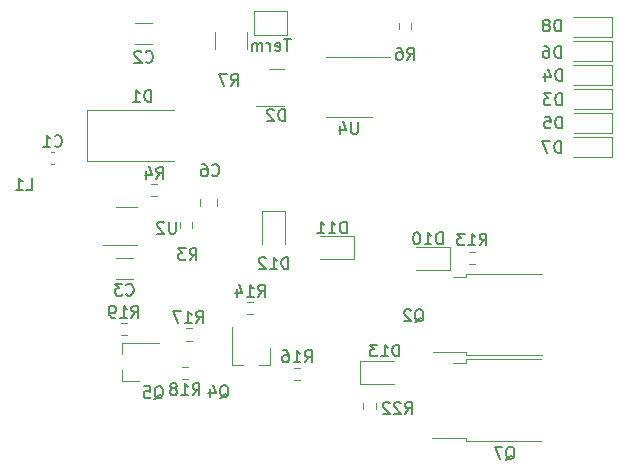
<source format=gbr>
%TF.GenerationSoftware,KiCad,Pcbnew,7.0.5*%
%TF.CreationDate,2023-08-16T19:13:53+03:00*%
%TF.ProjectId,lamps,6c616d70-732e-46b6-9963-61645f706362,rev?*%
%TF.SameCoordinates,Original*%
%TF.FileFunction,Legend,Bot*%
%TF.FilePolarity,Positive*%
%FSLAX46Y46*%
G04 Gerber Fmt 4.6, Leading zero omitted, Abs format (unit mm)*
G04 Created by KiCad (PCBNEW 7.0.5) date 2023-08-16 19:13:53*
%MOMM*%
%LPD*%
G01*
G04 APERTURE LIST*
%ADD10C,0.150000*%
%ADD11C,0.120000*%
G04 APERTURE END LIST*
D10*
%TO.C,D10*%
X115939285Y-78054819D02*
X115939285Y-77054819D01*
X115939285Y-77054819D02*
X115701190Y-77054819D01*
X115701190Y-77054819D02*
X115558333Y-77102438D01*
X115558333Y-77102438D02*
X115463095Y-77197676D01*
X115463095Y-77197676D02*
X115415476Y-77292914D01*
X115415476Y-77292914D02*
X115367857Y-77483390D01*
X115367857Y-77483390D02*
X115367857Y-77626247D01*
X115367857Y-77626247D02*
X115415476Y-77816723D01*
X115415476Y-77816723D02*
X115463095Y-77911961D01*
X115463095Y-77911961D02*
X115558333Y-78007200D01*
X115558333Y-78007200D02*
X115701190Y-78054819D01*
X115701190Y-78054819D02*
X115939285Y-78054819D01*
X114415476Y-78054819D02*
X114986904Y-78054819D01*
X114701190Y-78054819D02*
X114701190Y-77054819D01*
X114701190Y-77054819D02*
X114796428Y-77197676D01*
X114796428Y-77197676D02*
X114891666Y-77292914D01*
X114891666Y-77292914D02*
X114986904Y-77340533D01*
X113796428Y-77054819D02*
X113701190Y-77054819D01*
X113701190Y-77054819D02*
X113605952Y-77102438D01*
X113605952Y-77102438D02*
X113558333Y-77150057D01*
X113558333Y-77150057D02*
X113510714Y-77245295D01*
X113510714Y-77245295D02*
X113463095Y-77435771D01*
X113463095Y-77435771D02*
X113463095Y-77673866D01*
X113463095Y-77673866D02*
X113510714Y-77864342D01*
X113510714Y-77864342D02*
X113558333Y-77959580D01*
X113558333Y-77959580D02*
X113605952Y-78007200D01*
X113605952Y-78007200D02*
X113701190Y-78054819D01*
X113701190Y-78054819D02*
X113796428Y-78054819D01*
X113796428Y-78054819D02*
X113891666Y-78007200D01*
X113891666Y-78007200D02*
X113939285Y-77959580D01*
X113939285Y-77959580D02*
X113986904Y-77864342D01*
X113986904Y-77864342D02*
X114034523Y-77673866D01*
X114034523Y-77673866D02*
X114034523Y-77435771D01*
X114034523Y-77435771D02*
X113986904Y-77245295D01*
X113986904Y-77245295D02*
X113939285Y-77150057D01*
X113939285Y-77150057D02*
X113891666Y-77102438D01*
X113891666Y-77102438D02*
X113796428Y-77054819D01*
%TO.C,Q2*%
X113582438Y-84674857D02*
X113677676Y-84627238D01*
X113677676Y-84627238D02*
X113772914Y-84532000D01*
X113772914Y-84532000D02*
X113915771Y-84389142D01*
X113915771Y-84389142D02*
X114011009Y-84341523D01*
X114011009Y-84341523D02*
X114106247Y-84341523D01*
X114058628Y-84579619D02*
X114153866Y-84532000D01*
X114153866Y-84532000D02*
X114249104Y-84436761D01*
X114249104Y-84436761D02*
X114296723Y-84246285D01*
X114296723Y-84246285D02*
X114296723Y-83912952D01*
X114296723Y-83912952D02*
X114249104Y-83722476D01*
X114249104Y-83722476D02*
X114153866Y-83627238D01*
X114153866Y-83627238D02*
X114058628Y-83579619D01*
X114058628Y-83579619D02*
X113868152Y-83579619D01*
X113868152Y-83579619D02*
X113772914Y-83627238D01*
X113772914Y-83627238D02*
X113677676Y-83722476D01*
X113677676Y-83722476D02*
X113630057Y-83912952D01*
X113630057Y-83912952D02*
X113630057Y-84246285D01*
X113630057Y-84246285D02*
X113677676Y-84436761D01*
X113677676Y-84436761D02*
X113772914Y-84532000D01*
X113772914Y-84532000D02*
X113868152Y-84579619D01*
X113868152Y-84579619D02*
X114058628Y-84579619D01*
X113249104Y-83674857D02*
X113201485Y-83627238D01*
X113201485Y-83627238D02*
X113106247Y-83579619D01*
X113106247Y-83579619D02*
X112868152Y-83579619D01*
X112868152Y-83579619D02*
X112772914Y-83627238D01*
X112772914Y-83627238D02*
X112725295Y-83674857D01*
X112725295Y-83674857D02*
X112677676Y-83770095D01*
X112677676Y-83770095D02*
X112677676Y-83865333D01*
X112677676Y-83865333D02*
X112725295Y-84008190D01*
X112725295Y-84008190D02*
X113296723Y-84579619D01*
X113296723Y-84579619D02*
X112677676Y-84579619D01*
%TO.C,Q4*%
X97072438Y-91101057D02*
X97167676Y-91053438D01*
X97167676Y-91053438D02*
X97262914Y-90958200D01*
X97262914Y-90958200D02*
X97405771Y-90815342D01*
X97405771Y-90815342D02*
X97501009Y-90767723D01*
X97501009Y-90767723D02*
X97596247Y-90767723D01*
X97548628Y-91005819D02*
X97643866Y-90958200D01*
X97643866Y-90958200D02*
X97739104Y-90862961D01*
X97739104Y-90862961D02*
X97786723Y-90672485D01*
X97786723Y-90672485D02*
X97786723Y-90339152D01*
X97786723Y-90339152D02*
X97739104Y-90148676D01*
X97739104Y-90148676D02*
X97643866Y-90053438D01*
X97643866Y-90053438D02*
X97548628Y-90005819D01*
X97548628Y-90005819D02*
X97358152Y-90005819D01*
X97358152Y-90005819D02*
X97262914Y-90053438D01*
X97262914Y-90053438D02*
X97167676Y-90148676D01*
X97167676Y-90148676D02*
X97120057Y-90339152D01*
X97120057Y-90339152D02*
X97120057Y-90672485D01*
X97120057Y-90672485D02*
X97167676Y-90862961D01*
X97167676Y-90862961D02*
X97262914Y-90958200D01*
X97262914Y-90958200D02*
X97358152Y-91005819D01*
X97358152Y-91005819D02*
X97548628Y-91005819D01*
X96262914Y-90339152D02*
X96262914Y-91005819D01*
X96501009Y-89958200D02*
X96739104Y-90672485D01*
X96739104Y-90672485D02*
X96120057Y-90672485D01*
%TO.C,D11*%
X107809085Y-77138419D02*
X107809085Y-76138419D01*
X107809085Y-76138419D02*
X107570990Y-76138419D01*
X107570990Y-76138419D02*
X107428133Y-76186038D01*
X107428133Y-76186038D02*
X107332895Y-76281276D01*
X107332895Y-76281276D02*
X107285276Y-76376514D01*
X107285276Y-76376514D02*
X107237657Y-76566990D01*
X107237657Y-76566990D02*
X107237657Y-76709847D01*
X107237657Y-76709847D02*
X107285276Y-76900323D01*
X107285276Y-76900323D02*
X107332895Y-76995561D01*
X107332895Y-76995561D02*
X107428133Y-77090800D01*
X107428133Y-77090800D02*
X107570990Y-77138419D01*
X107570990Y-77138419D02*
X107809085Y-77138419D01*
X106285276Y-77138419D02*
X106856704Y-77138419D01*
X106570990Y-77138419D02*
X106570990Y-76138419D01*
X106570990Y-76138419D02*
X106666228Y-76281276D01*
X106666228Y-76281276D02*
X106761466Y-76376514D01*
X106761466Y-76376514D02*
X106856704Y-76424133D01*
X105332895Y-77138419D02*
X105904323Y-77138419D01*
X105618609Y-77138419D02*
X105618609Y-76138419D01*
X105618609Y-76138419D02*
X105713847Y-76281276D01*
X105713847Y-76281276D02*
X105809085Y-76376514D01*
X105809085Y-76376514D02*
X105904323Y-76424133D01*
%TO.C,R16*%
X104272957Y-88051819D02*
X104606290Y-87575628D01*
X104844385Y-88051819D02*
X104844385Y-87051819D01*
X104844385Y-87051819D02*
X104463433Y-87051819D01*
X104463433Y-87051819D02*
X104368195Y-87099438D01*
X104368195Y-87099438D02*
X104320576Y-87147057D01*
X104320576Y-87147057D02*
X104272957Y-87242295D01*
X104272957Y-87242295D02*
X104272957Y-87385152D01*
X104272957Y-87385152D02*
X104320576Y-87480390D01*
X104320576Y-87480390D02*
X104368195Y-87528009D01*
X104368195Y-87528009D02*
X104463433Y-87575628D01*
X104463433Y-87575628D02*
X104844385Y-87575628D01*
X103320576Y-88051819D02*
X103892004Y-88051819D01*
X103606290Y-88051819D02*
X103606290Y-87051819D01*
X103606290Y-87051819D02*
X103701528Y-87194676D01*
X103701528Y-87194676D02*
X103796766Y-87289914D01*
X103796766Y-87289914D02*
X103892004Y-87337533D01*
X102463433Y-87051819D02*
X102653909Y-87051819D01*
X102653909Y-87051819D02*
X102749147Y-87099438D01*
X102749147Y-87099438D02*
X102796766Y-87147057D01*
X102796766Y-87147057D02*
X102892004Y-87289914D01*
X102892004Y-87289914D02*
X102939623Y-87480390D01*
X102939623Y-87480390D02*
X102939623Y-87861342D01*
X102939623Y-87861342D02*
X102892004Y-87956580D01*
X102892004Y-87956580D02*
X102844385Y-88004200D01*
X102844385Y-88004200D02*
X102749147Y-88051819D01*
X102749147Y-88051819D02*
X102558671Y-88051819D01*
X102558671Y-88051819D02*
X102463433Y-88004200D01*
X102463433Y-88004200D02*
X102415814Y-87956580D01*
X102415814Y-87956580D02*
X102368195Y-87861342D01*
X102368195Y-87861342D02*
X102368195Y-87623247D01*
X102368195Y-87623247D02*
X102415814Y-87528009D01*
X102415814Y-87528009D02*
X102463433Y-87480390D01*
X102463433Y-87480390D02*
X102558671Y-87432771D01*
X102558671Y-87432771D02*
X102749147Y-87432771D01*
X102749147Y-87432771D02*
X102844385Y-87480390D01*
X102844385Y-87480390D02*
X102892004Y-87528009D01*
X102892004Y-87528009D02*
X102939623Y-87623247D01*
%TO.C,R13*%
X119083057Y-78153419D02*
X119416390Y-77677228D01*
X119654485Y-78153419D02*
X119654485Y-77153419D01*
X119654485Y-77153419D02*
X119273533Y-77153419D01*
X119273533Y-77153419D02*
X119178295Y-77201038D01*
X119178295Y-77201038D02*
X119130676Y-77248657D01*
X119130676Y-77248657D02*
X119083057Y-77343895D01*
X119083057Y-77343895D02*
X119083057Y-77486752D01*
X119083057Y-77486752D02*
X119130676Y-77581990D01*
X119130676Y-77581990D02*
X119178295Y-77629609D01*
X119178295Y-77629609D02*
X119273533Y-77677228D01*
X119273533Y-77677228D02*
X119654485Y-77677228D01*
X118130676Y-78153419D02*
X118702104Y-78153419D01*
X118416390Y-78153419D02*
X118416390Y-77153419D01*
X118416390Y-77153419D02*
X118511628Y-77296276D01*
X118511628Y-77296276D02*
X118606866Y-77391514D01*
X118606866Y-77391514D02*
X118702104Y-77439133D01*
X117797342Y-77153419D02*
X117178295Y-77153419D01*
X117178295Y-77153419D02*
X117511628Y-77534371D01*
X117511628Y-77534371D02*
X117368771Y-77534371D01*
X117368771Y-77534371D02*
X117273533Y-77581990D01*
X117273533Y-77581990D02*
X117225914Y-77629609D01*
X117225914Y-77629609D02*
X117178295Y-77724847D01*
X117178295Y-77724847D02*
X117178295Y-77962942D01*
X117178295Y-77962942D02*
X117225914Y-78058180D01*
X117225914Y-78058180D02*
X117273533Y-78105800D01*
X117273533Y-78105800D02*
X117368771Y-78153419D01*
X117368771Y-78153419D02*
X117654485Y-78153419D01*
X117654485Y-78153419D02*
X117749723Y-78105800D01*
X117749723Y-78105800D02*
X117797342Y-78058180D01*
%TO.C,D13*%
X112263085Y-87551419D02*
X112263085Y-86551419D01*
X112263085Y-86551419D02*
X112024990Y-86551419D01*
X112024990Y-86551419D02*
X111882133Y-86599038D01*
X111882133Y-86599038D02*
X111786895Y-86694276D01*
X111786895Y-86694276D02*
X111739276Y-86789514D01*
X111739276Y-86789514D02*
X111691657Y-86979990D01*
X111691657Y-86979990D02*
X111691657Y-87122847D01*
X111691657Y-87122847D02*
X111739276Y-87313323D01*
X111739276Y-87313323D02*
X111786895Y-87408561D01*
X111786895Y-87408561D02*
X111882133Y-87503800D01*
X111882133Y-87503800D02*
X112024990Y-87551419D01*
X112024990Y-87551419D02*
X112263085Y-87551419D01*
X110739276Y-87551419D02*
X111310704Y-87551419D01*
X111024990Y-87551419D02*
X111024990Y-86551419D01*
X111024990Y-86551419D02*
X111120228Y-86694276D01*
X111120228Y-86694276D02*
X111215466Y-86789514D01*
X111215466Y-86789514D02*
X111310704Y-86837133D01*
X110405942Y-86551419D02*
X109786895Y-86551419D01*
X109786895Y-86551419D02*
X110120228Y-86932371D01*
X110120228Y-86932371D02*
X109977371Y-86932371D01*
X109977371Y-86932371D02*
X109882133Y-86979990D01*
X109882133Y-86979990D02*
X109834514Y-87027609D01*
X109834514Y-87027609D02*
X109786895Y-87122847D01*
X109786895Y-87122847D02*
X109786895Y-87360942D01*
X109786895Y-87360942D02*
X109834514Y-87456180D01*
X109834514Y-87456180D02*
X109882133Y-87503800D01*
X109882133Y-87503800D02*
X109977371Y-87551419D01*
X109977371Y-87551419D02*
X110263085Y-87551419D01*
X110263085Y-87551419D02*
X110358323Y-87503800D01*
X110358323Y-87503800D02*
X110405942Y-87456180D01*
%TO.C,R22*%
X112783857Y-92428219D02*
X113117190Y-91952028D01*
X113355285Y-92428219D02*
X113355285Y-91428219D01*
X113355285Y-91428219D02*
X112974333Y-91428219D01*
X112974333Y-91428219D02*
X112879095Y-91475838D01*
X112879095Y-91475838D02*
X112831476Y-91523457D01*
X112831476Y-91523457D02*
X112783857Y-91618695D01*
X112783857Y-91618695D02*
X112783857Y-91761552D01*
X112783857Y-91761552D02*
X112831476Y-91856790D01*
X112831476Y-91856790D02*
X112879095Y-91904409D01*
X112879095Y-91904409D02*
X112974333Y-91952028D01*
X112974333Y-91952028D02*
X113355285Y-91952028D01*
X112402904Y-91523457D02*
X112355285Y-91475838D01*
X112355285Y-91475838D02*
X112260047Y-91428219D01*
X112260047Y-91428219D02*
X112021952Y-91428219D01*
X112021952Y-91428219D02*
X111926714Y-91475838D01*
X111926714Y-91475838D02*
X111879095Y-91523457D01*
X111879095Y-91523457D02*
X111831476Y-91618695D01*
X111831476Y-91618695D02*
X111831476Y-91713933D01*
X111831476Y-91713933D02*
X111879095Y-91856790D01*
X111879095Y-91856790D02*
X112450523Y-92428219D01*
X112450523Y-92428219D02*
X111831476Y-92428219D01*
X111450523Y-91523457D02*
X111402904Y-91475838D01*
X111402904Y-91475838D02*
X111307666Y-91428219D01*
X111307666Y-91428219D02*
X111069571Y-91428219D01*
X111069571Y-91428219D02*
X110974333Y-91475838D01*
X110974333Y-91475838D02*
X110926714Y-91523457D01*
X110926714Y-91523457D02*
X110879095Y-91618695D01*
X110879095Y-91618695D02*
X110879095Y-91713933D01*
X110879095Y-91713933D02*
X110926714Y-91856790D01*
X110926714Y-91856790D02*
X111498142Y-92428219D01*
X111498142Y-92428219D02*
X110879095Y-92428219D01*
%TO.C,R14*%
X100312457Y-82489219D02*
X100645790Y-82013028D01*
X100883885Y-82489219D02*
X100883885Y-81489219D01*
X100883885Y-81489219D02*
X100502933Y-81489219D01*
X100502933Y-81489219D02*
X100407695Y-81536838D01*
X100407695Y-81536838D02*
X100360076Y-81584457D01*
X100360076Y-81584457D02*
X100312457Y-81679695D01*
X100312457Y-81679695D02*
X100312457Y-81822552D01*
X100312457Y-81822552D02*
X100360076Y-81917790D01*
X100360076Y-81917790D02*
X100407695Y-81965409D01*
X100407695Y-81965409D02*
X100502933Y-82013028D01*
X100502933Y-82013028D02*
X100883885Y-82013028D01*
X99360076Y-82489219D02*
X99931504Y-82489219D01*
X99645790Y-82489219D02*
X99645790Y-81489219D01*
X99645790Y-81489219D02*
X99741028Y-81632076D01*
X99741028Y-81632076D02*
X99836266Y-81727314D01*
X99836266Y-81727314D02*
X99931504Y-81774933D01*
X98502933Y-81822552D02*
X98502933Y-82489219D01*
X98741028Y-81441600D02*
X98979123Y-82155885D01*
X98979123Y-82155885D02*
X98360076Y-82155885D01*
%TO.C,C2*%
X90806166Y-62589580D02*
X90853785Y-62637200D01*
X90853785Y-62637200D02*
X90996642Y-62684819D01*
X90996642Y-62684819D02*
X91091880Y-62684819D01*
X91091880Y-62684819D02*
X91234737Y-62637200D01*
X91234737Y-62637200D02*
X91329975Y-62541961D01*
X91329975Y-62541961D02*
X91377594Y-62446723D01*
X91377594Y-62446723D02*
X91425213Y-62256247D01*
X91425213Y-62256247D02*
X91425213Y-62113390D01*
X91425213Y-62113390D02*
X91377594Y-61922914D01*
X91377594Y-61922914D02*
X91329975Y-61827676D01*
X91329975Y-61827676D02*
X91234737Y-61732438D01*
X91234737Y-61732438D02*
X91091880Y-61684819D01*
X91091880Y-61684819D02*
X90996642Y-61684819D01*
X90996642Y-61684819D02*
X90853785Y-61732438D01*
X90853785Y-61732438D02*
X90806166Y-61780057D01*
X90425213Y-61780057D02*
X90377594Y-61732438D01*
X90377594Y-61732438D02*
X90282356Y-61684819D01*
X90282356Y-61684819D02*
X90044261Y-61684819D01*
X90044261Y-61684819D02*
X89949023Y-61732438D01*
X89949023Y-61732438D02*
X89901404Y-61780057D01*
X89901404Y-61780057D02*
X89853785Y-61875295D01*
X89853785Y-61875295D02*
X89853785Y-61970533D01*
X89853785Y-61970533D02*
X89901404Y-62113390D01*
X89901404Y-62113390D02*
X90472832Y-62684819D01*
X90472832Y-62684819D02*
X89853785Y-62684819D01*
%TO.C,D4*%
X126047094Y-64234219D02*
X126047094Y-63234219D01*
X126047094Y-63234219D02*
X125808999Y-63234219D01*
X125808999Y-63234219D02*
X125666142Y-63281838D01*
X125666142Y-63281838D02*
X125570904Y-63377076D01*
X125570904Y-63377076D02*
X125523285Y-63472314D01*
X125523285Y-63472314D02*
X125475666Y-63662790D01*
X125475666Y-63662790D02*
X125475666Y-63805647D01*
X125475666Y-63805647D02*
X125523285Y-63996123D01*
X125523285Y-63996123D02*
X125570904Y-64091361D01*
X125570904Y-64091361D02*
X125666142Y-64186600D01*
X125666142Y-64186600D02*
X125808999Y-64234219D01*
X125808999Y-64234219D02*
X126047094Y-64234219D01*
X124618523Y-63567552D02*
X124618523Y-64234219D01*
X124856618Y-63186600D02*
X125094713Y-63900885D01*
X125094713Y-63900885D02*
X124475666Y-63900885D01*
%TO.C,D12*%
X102865085Y-80160019D02*
X102865085Y-79160019D01*
X102865085Y-79160019D02*
X102626990Y-79160019D01*
X102626990Y-79160019D02*
X102484133Y-79207638D01*
X102484133Y-79207638D02*
X102388895Y-79302876D01*
X102388895Y-79302876D02*
X102341276Y-79398114D01*
X102341276Y-79398114D02*
X102293657Y-79588590D01*
X102293657Y-79588590D02*
X102293657Y-79731447D01*
X102293657Y-79731447D02*
X102341276Y-79921923D01*
X102341276Y-79921923D02*
X102388895Y-80017161D01*
X102388895Y-80017161D02*
X102484133Y-80112400D01*
X102484133Y-80112400D02*
X102626990Y-80160019D01*
X102626990Y-80160019D02*
X102865085Y-80160019D01*
X101341276Y-80160019D02*
X101912704Y-80160019D01*
X101626990Y-80160019D02*
X101626990Y-79160019D01*
X101626990Y-79160019D02*
X101722228Y-79302876D01*
X101722228Y-79302876D02*
X101817466Y-79398114D01*
X101817466Y-79398114D02*
X101912704Y-79445733D01*
X100960323Y-79255257D02*
X100912704Y-79207638D01*
X100912704Y-79207638D02*
X100817466Y-79160019D01*
X100817466Y-79160019D02*
X100579371Y-79160019D01*
X100579371Y-79160019D02*
X100484133Y-79207638D01*
X100484133Y-79207638D02*
X100436514Y-79255257D01*
X100436514Y-79255257D02*
X100388895Y-79350495D01*
X100388895Y-79350495D02*
X100388895Y-79445733D01*
X100388895Y-79445733D02*
X100436514Y-79588590D01*
X100436514Y-79588590D02*
X101007942Y-80160019D01*
X101007942Y-80160019D02*
X100388895Y-80160019D01*
%TO.C,D6*%
X125940094Y-62278419D02*
X125940094Y-61278419D01*
X125940094Y-61278419D02*
X125701999Y-61278419D01*
X125701999Y-61278419D02*
X125559142Y-61326038D01*
X125559142Y-61326038D02*
X125463904Y-61421276D01*
X125463904Y-61421276D02*
X125416285Y-61516514D01*
X125416285Y-61516514D02*
X125368666Y-61706990D01*
X125368666Y-61706990D02*
X125368666Y-61849847D01*
X125368666Y-61849847D02*
X125416285Y-62040323D01*
X125416285Y-62040323D02*
X125463904Y-62135561D01*
X125463904Y-62135561D02*
X125559142Y-62230800D01*
X125559142Y-62230800D02*
X125701999Y-62278419D01*
X125701999Y-62278419D02*
X125940094Y-62278419D01*
X124511523Y-61278419D02*
X124701999Y-61278419D01*
X124701999Y-61278419D02*
X124797237Y-61326038D01*
X124797237Y-61326038D02*
X124844856Y-61373657D01*
X124844856Y-61373657D02*
X124940094Y-61516514D01*
X124940094Y-61516514D02*
X124987713Y-61706990D01*
X124987713Y-61706990D02*
X124987713Y-62087942D01*
X124987713Y-62087942D02*
X124940094Y-62183180D01*
X124940094Y-62183180D02*
X124892475Y-62230800D01*
X124892475Y-62230800D02*
X124797237Y-62278419D01*
X124797237Y-62278419D02*
X124606761Y-62278419D01*
X124606761Y-62278419D02*
X124511523Y-62230800D01*
X124511523Y-62230800D02*
X124463904Y-62183180D01*
X124463904Y-62183180D02*
X124416285Y-62087942D01*
X124416285Y-62087942D02*
X124416285Y-61849847D01*
X124416285Y-61849847D02*
X124463904Y-61754609D01*
X124463904Y-61754609D02*
X124511523Y-61706990D01*
X124511523Y-61706990D02*
X124606761Y-61659371D01*
X124606761Y-61659371D02*
X124797237Y-61659371D01*
X124797237Y-61659371D02*
X124892475Y-61706990D01*
X124892475Y-61706990D02*
X124940094Y-61754609D01*
X124940094Y-61754609D02*
X124987713Y-61849847D01*
%TO.C,D2*%
X102594394Y-67624819D02*
X102594394Y-66624819D01*
X102594394Y-66624819D02*
X102356299Y-66624819D01*
X102356299Y-66624819D02*
X102213442Y-66672438D01*
X102213442Y-66672438D02*
X102118204Y-66767676D01*
X102118204Y-66767676D02*
X102070585Y-66862914D01*
X102070585Y-66862914D02*
X102022966Y-67053390D01*
X102022966Y-67053390D02*
X102022966Y-67196247D01*
X102022966Y-67196247D02*
X102070585Y-67386723D01*
X102070585Y-67386723D02*
X102118204Y-67481961D01*
X102118204Y-67481961D02*
X102213442Y-67577200D01*
X102213442Y-67577200D02*
X102356299Y-67624819D01*
X102356299Y-67624819D02*
X102594394Y-67624819D01*
X101642013Y-66720057D02*
X101594394Y-66672438D01*
X101594394Y-66672438D02*
X101499156Y-66624819D01*
X101499156Y-66624819D02*
X101261061Y-66624819D01*
X101261061Y-66624819D02*
X101165823Y-66672438D01*
X101165823Y-66672438D02*
X101118204Y-66720057D01*
X101118204Y-66720057D02*
X101070585Y-66815295D01*
X101070585Y-66815295D02*
X101070585Y-66910533D01*
X101070585Y-66910533D02*
X101118204Y-67053390D01*
X101118204Y-67053390D02*
X101689632Y-67624819D01*
X101689632Y-67624819D02*
X101070585Y-67624819D01*
%TO.C,Q7*%
X121290038Y-96313257D02*
X121385276Y-96265638D01*
X121385276Y-96265638D02*
X121480514Y-96170400D01*
X121480514Y-96170400D02*
X121623371Y-96027542D01*
X121623371Y-96027542D02*
X121718609Y-95979923D01*
X121718609Y-95979923D02*
X121813847Y-95979923D01*
X121766228Y-96218019D02*
X121861466Y-96170400D01*
X121861466Y-96170400D02*
X121956704Y-96075161D01*
X121956704Y-96075161D02*
X122004323Y-95884685D01*
X122004323Y-95884685D02*
X122004323Y-95551352D01*
X122004323Y-95551352D02*
X121956704Y-95360876D01*
X121956704Y-95360876D02*
X121861466Y-95265638D01*
X121861466Y-95265638D02*
X121766228Y-95218019D01*
X121766228Y-95218019D02*
X121575752Y-95218019D01*
X121575752Y-95218019D02*
X121480514Y-95265638D01*
X121480514Y-95265638D02*
X121385276Y-95360876D01*
X121385276Y-95360876D02*
X121337657Y-95551352D01*
X121337657Y-95551352D02*
X121337657Y-95884685D01*
X121337657Y-95884685D02*
X121385276Y-96075161D01*
X121385276Y-96075161D02*
X121480514Y-96170400D01*
X121480514Y-96170400D02*
X121575752Y-96218019D01*
X121575752Y-96218019D02*
X121766228Y-96218019D01*
X121004323Y-95218019D02*
X120337657Y-95218019D01*
X120337657Y-95218019D02*
X120766228Y-96218019D01*
%TO.C,C3*%
X89155166Y-82303580D02*
X89202785Y-82351200D01*
X89202785Y-82351200D02*
X89345642Y-82398819D01*
X89345642Y-82398819D02*
X89440880Y-82398819D01*
X89440880Y-82398819D02*
X89583737Y-82351200D01*
X89583737Y-82351200D02*
X89678975Y-82255961D01*
X89678975Y-82255961D02*
X89726594Y-82160723D01*
X89726594Y-82160723D02*
X89774213Y-81970247D01*
X89774213Y-81970247D02*
X89774213Y-81827390D01*
X89774213Y-81827390D02*
X89726594Y-81636914D01*
X89726594Y-81636914D02*
X89678975Y-81541676D01*
X89678975Y-81541676D02*
X89583737Y-81446438D01*
X89583737Y-81446438D02*
X89440880Y-81398819D01*
X89440880Y-81398819D02*
X89345642Y-81398819D01*
X89345642Y-81398819D02*
X89202785Y-81446438D01*
X89202785Y-81446438D02*
X89155166Y-81494057D01*
X88821832Y-81398819D02*
X88202785Y-81398819D01*
X88202785Y-81398819D02*
X88536118Y-81779771D01*
X88536118Y-81779771D02*
X88393261Y-81779771D01*
X88393261Y-81779771D02*
X88298023Y-81827390D01*
X88298023Y-81827390D02*
X88250404Y-81875009D01*
X88250404Y-81875009D02*
X88202785Y-81970247D01*
X88202785Y-81970247D02*
X88202785Y-82208342D01*
X88202785Y-82208342D02*
X88250404Y-82303580D01*
X88250404Y-82303580D02*
X88298023Y-82351200D01*
X88298023Y-82351200D02*
X88393261Y-82398819D01*
X88393261Y-82398819D02*
X88678975Y-82398819D01*
X88678975Y-82398819D02*
X88774213Y-82351200D01*
X88774213Y-82351200D02*
X88821832Y-82303580D01*
%TO.C,JP1*%
X103073475Y-60689219D02*
X102502047Y-60689219D01*
X102787761Y-61689219D02*
X102787761Y-60689219D01*
X101787761Y-61641600D02*
X101882999Y-61689219D01*
X101882999Y-61689219D02*
X102073475Y-61689219D01*
X102073475Y-61689219D02*
X102168713Y-61641600D01*
X102168713Y-61641600D02*
X102216332Y-61546361D01*
X102216332Y-61546361D02*
X102216332Y-61165409D01*
X102216332Y-61165409D02*
X102168713Y-61070171D01*
X102168713Y-61070171D02*
X102073475Y-61022552D01*
X102073475Y-61022552D02*
X101882999Y-61022552D01*
X101882999Y-61022552D02*
X101787761Y-61070171D01*
X101787761Y-61070171D02*
X101740142Y-61165409D01*
X101740142Y-61165409D02*
X101740142Y-61260647D01*
X101740142Y-61260647D02*
X102216332Y-61355885D01*
X101311570Y-61689219D02*
X101311570Y-61022552D01*
X101311570Y-61213028D02*
X101263951Y-61117790D01*
X101263951Y-61117790D02*
X101216332Y-61070171D01*
X101216332Y-61070171D02*
X101121094Y-61022552D01*
X101121094Y-61022552D02*
X101025856Y-61022552D01*
X100692522Y-61689219D02*
X100692522Y-61022552D01*
X100692522Y-61117790D02*
X100644903Y-61070171D01*
X100644903Y-61070171D02*
X100549665Y-61022552D01*
X100549665Y-61022552D02*
X100406808Y-61022552D01*
X100406808Y-61022552D02*
X100311570Y-61070171D01*
X100311570Y-61070171D02*
X100263951Y-61165409D01*
X100263951Y-61165409D02*
X100263951Y-61689219D01*
X100263951Y-61165409D02*
X100216332Y-61070171D01*
X100216332Y-61070171D02*
X100121094Y-61022552D01*
X100121094Y-61022552D02*
X99978237Y-61022552D01*
X99978237Y-61022552D02*
X99882998Y-61070171D01*
X99882998Y-61070171D02*
X99835379Y-61165409D01*
X99835379Y-61165409D02*
X99835379Y-61689219D01*
%TO.C,C1*%
X83096566Y-69719380D02*
X83144185Y-69767000D01*
X83144185Y-69767000D02*
X83287042Y-69814619D01*
X83287042Y-69814619D02*
X83382280Y-69814619D01*
X83382280Y-69814619D02*
X83525137Y-69767000D01*
X83525137Y-69767000D02*
X83620375Y-69671761D01*
X83620375Y-69671761D02*
X83667994Y-69576523D01*
X83667994Y-69576523D02*
X83715613Y-69386047D01*
X83715613Y-69386047D02*
X83715613Y-69243190D01*
X83715613Y-69243190D02*
X83667994Y-69052714D01*
X83667994Y-69052714D02*
X83620375Y-68957476D01*
X83620375Y-68957476D02*
X83525137Y-68862238D01*
X83525137Y-68862238D02*
X83382280Y-68814619D01*
X83382280Y-68814619D02*
X83287042Y-68814619D01*
X83287042Y-68814619D02*
X83144185Y-68862238D01*
X83144185Y-68862238D02*
X83096566Y-68909857D01*
X82144185Y-69814619D02*
X82715613Y-69814619D01*
X82429899Y-69814619D02*
X82429899Y-68814619D01*
X82429899Y-68814619D02*
X82525137Y-68957476D01*
X82525137Y-68957476D02*
X82620375Y-69052714D01*
X82620375Y-69052714D02*
X82715613Y-69100333D01*
%TO.C,D8*%
X125960094Y-60043219D02*
X125960094Y-59043219D01*
X125960094Y-59043219D02*
X125721999Y-59043219D01*
X125721999Y-59043219D02*
X125579142Y-59090838D01*
X125579142Y-59090838D02*
X125483904Y-59186076D01*
X125483904Y-59186076D02*
X125436285Y-59281314D01*
X125436285Y-59281314D02*
X125388666Y-59471790D01*
X125388666Y-59471790D02*
X125388666Y-59614647D01*
X125388666Y-59614647D02*
X125436285Y-59805123D01*
X125436285Y-59805123D02*
X125483904Y-59900361D01*
X125483904Y-59900361D02*
X125579142Y-59995600D01*
X125579142Y-59995600D02*
X125721999Y-60043219D01*
X125721999Y-60043219D02*
X125960094Y-60043219D01*
X124817237Y-59471790D02*
X124912475Y-59424171D01*
X124912475Y-59424171D02*
X124960094Y-59376552D01*
X124960094Y-59376552D02*
X125007713Y-59281314D01*
X125007713Y-59281314D02*
X125007713Y-59233695D01*
X125007713Y-59233695D02*
X124960094Y-59138457D01*
X124960094Y-59138457D02*
X124912475Y-59090838D01*
X124912475Y-59090838D02*
X124817237Y-59043219D01*
X124817237Y-59043219D02*
X124626761Y-59043219D01*
X124626761Y-59043219D02*
X124531523Y-59090838D01*
X124531523Y-59090838D02*
X124483904Y-59138457D01*
X124483904Y-59138457D02*
X124436285Y-59233695D01*
X124436285Y-59233695D02*
X124436285Y-59281314D01*
X124436285Y-59281314D02*
X124483904Y-59376552D01*
X124483904Y-59376552D02*
X124531523Y-59424171D01*
X124531523Y-59424171D02*
X124626761Y-59471790D01*
X124626761Y-59471790D02*
X124817237Y-59471790D01*
X124817237Y-59471790D02*
X124912475Y-59519409D01*
X124912475Y-59519409D02*
X124960094Y-59567028D01*
X124960094Y-59567028D02*
X125007713Y-59662266D01*
X125007713Y-59662266D02*
X125007713Y-59852742D01*
X125007713Y-59852742D02*
X124960094Y-59947980D01*
X124960094Y-59947980D02*
X124912475Y-59995600D01*
X124912475Y-59995600D02*
X124817237Y-60043219D01*
X124817237Y-60043219D02*
X124626761Y-60043219D01*
X124626761Y-60043219D02*
X124531523Y-59995600D01*
X124531523Y-59995600D02*
X124483904Y-59947980D01*
X124483904Y-59947980D02*
X124436285Y-59852742D01*
X124436285Y-59852742D02*
X124436285Y-59662266D01*
X124436285Y-59662266D02*
X124483904Y-59567028D01*
X124483904Y-59567028D02*
X124531523Y-59519409D01*
X124531523Y-59519409D02*
X124626761Y-59471790D01*
%TO.C,R3*%
X94527666Y-79405819D02*
X94860999Y-78929628D01*
X95099094Y-79405819D02*
X95099094Y-78405819D01*
X95099094Y-78405819D02*
X94718142Y-78405819D01*
X94718142Y-78405819D02*
X94622904Y-78453438D01*
X94622904Y-78453438D02*
X94575285Y-78501057D01*
X94575285Y-78501057D02*
X94527666Y-78596295D01*
X94527666Y-78596295D02*
X94527666Y-78739152D01*
X94527666Y-78739152D02*
X94575285Y-78834390D01*
X94575285Y-78834390D02*
X94622904Y-78882009D01*
X94622904Y-78882009D02*
X94718142Y-78929628D01*
X94718142Y-78929628D02*
X95099094Y-78929628D01*
X94194332Y-78405819D02*
X93575285Y-78405819D01*
X93575285Y-78405819D02*
X93908618Y-78786771D01*
X93908618Y-78786771D02*
X93765761Y-78786771D01*
X93765761Y-78786771D02*
X93670523Y-78834390D01*
X93670523Y-78834390D02*
X93622904Y-78882009D01*
X93622904Y-78882009D02*
X93575285Y-78977247D01*
X93575285Y-78977247D02*
X93575285Y-79215342D01*
X93575285Y-79215342D02*
X93622904Y-79310580D01*
X93622904Y-79310580D02*
X93670523Y-79358200D01*
X93670523Y-79358200D02*
X93765761Y-79405819D01*
X93765761Y-79405819D02*
X94051475Y-79405819D01*
X94051475Y-79405819D02*
X94146713Y-79358200D01*
X94146713Y-79358200D02*
X94194332Y-79310580D01*
%TO.C,C6*%
X96432666Y-72198580D02*
X96480285Y-72246200D01*
X96480285Y-72246200D02*
X96623142Y-72293819D01*
X96623142Y-72293819D02*
X96718380Y-72293819D01*
X96718380Y-72293819D02*
X96861237Y-72246200D01*
X96861237Y-72246200D02*
X96956475Y-72150961D01*
X96956475Y-72150961D02*
X97004094Y-72055723D01*
X97004094Y-72055723D02*
X97051713Y-71865247D01*
X97051713Y-71865247D02*
X97051713Y-71722390D01*
X97051713Y-71722390D02*
X97004094Y-71531914D01*
X97004094Y-71531914D02*
X96956475Y-71436676D01*
X96956475Y-71436676D02*
X96861237Y-71341438D01*
X96861237Y-71341438D02*
X96718380Y-71293819D01*
X96718380Y-71293819D02*
X96623142Y-71293819D01*
X96623142Y-71293819D02*
X96480285Y-71341438D01*
X96480285Y-71341438D02*
X96432666Y-71389057D01*
X95575523Y-71293819D02*
X95765999Y-71293819D01*
X95765999Y-71293819D02*
X95861237Y-71341438D01*
X95861237Y-71341438D02*
X95908856Y-71389057D01*
X95908856Y-71389057D02*
X96004094Y-71531914D01*
X96004094Y-71531914D02*
X96051713Y-71722390D01*
X96051713Y-71722390D02*
X96051713Y-72103342D01*
X96051713Y-72103342D02*
X96004094Y-72198580D01*
X96004094Y-72198580D02*
X95956475Y-72246200D01*
X95956475Y-72246200D02*
X95861237Y-72293819D01*
X95861237Y-72293819D02*
X95670761Y-72293819D01*
X95670761Y-72293819D02*
X95575523Y-72246200D01*
X95575523Y-72246200D02*
X95527904Y-72198580D01*
X95527904Y-72198580D02*
X95480285Y-72103342D01*
X95480285Y-72103342D02*
X95480285Y-71865247D01*
X95480285Y-71865247D02*
X95527904Y-71770009D01*
X95527904Y-71770009D02*
X95575523Y-71722390D01*
X95575523Y-71722390D02*
X95670761Y-71674771D01*
X95670761Y-71674771D02*
X95861237Y-71674771D01*
X95861237Y-71674771D02*
X95956475Y-71722390D01*
X95956475Y-71722390D02*
X96004094Y-71770009D01*
X96004094Y-71770009D02*
X96051713Y-71865247D01*
%TO.C,U4*%
X108761904Y-67704819D02*
X108761904Y-68514342D01*
X108761904Y-68514342D02*
X108714285Y-68609580D01*
X108714285Y-68609580D02*
X108666666Y-68657200D01*
X108666666Y-68657200D02*
X108571428Y-68704819D01*
X108571428Y-68704819D02*
X108380952Y-68704819D01*
X108380952Y-68704819D02*
X108285714Y-68657200D01*
X108285714Y-68657200D02*
X108238095Y-68609580D01*
X108238095Y-68609580D02*
X108190476Y-68514342D01*
X108190476Y-68514342D02*
X108190476Y-67704819D01*
X107285714Y-68038152D02*
X107285714Y-68704819D01*
X107523809Y-67657200D02*
X107761904Y-68371485D01*
X107761904Y-68371485D02*
X107142857Y-68371485D01*
%TO.C,R7*%
X98007466Y-64640619D02*
X98340799Y-64164428D01*
X98578894Y-64640619D02*
X98578894Y-63640619D01*
X98578894Y-63640619D02*
X98197942Y-63640619D01*
X98197942Y-63640619D02*
X98102704Y-63688238D01*
X98102704Y-63688238D02*
X98055085Y-63735857D01*
X98055085Y-63735857D02*
X98007466Y-63831095D01*
X98007466Y-63831095D02*
X98007466Y-63973952D01*
X98007466Y-63973952D02*
X98055085Y-64069190D01*
X98055085Y-64069190D02*
X98102704Y-64116809D01*
X98102704Y-64116809D02*
X98197942Y-64164428D01*
X98197942Y-64164428D02*
X98578894Y-64164428D01*
X97674132Y-63640619D02*
X97007466Y-63640619D01*
X97007466Y-63640619D02*
X97436037Y-64640619D01*
%TO.C,R6*%
X112942666Y-62430819D02*
X113275999Y-61954628D01*
X113514094Y-62430819D02*
X113514094Y-61430819D01*
X113514094Y-61430819D02*
X113133142Y-61430819D01*
X113133142Y-61430819D02*
X113037904Y-61478438D01*
X113037904Y-61478438D02*
X112990285Y-61526057D01*
X112990285Y-61526057D02*
X112942666Y-61621295D01*
X112942666Y-61621295D02*
X112942666Y-61764152D01*
X112942666Y-61764152D02*
X112990285Y-61859390D01*
X112990285Y-61859390D02*
X113037904Y-61907009D01*
X113037904Y-61907009D02*
X113133142Y-61954628D01*
X113133142Y-61954628D02*
X113514094Y-61954628D01*
X112085523Y-61430819D02*
X112275999Y-61430819D01*
X112275999Y-61430819D02*
X112371237Y-61478438D01*
X112371237Y-61478438D02*
X112418856Y-61526057D01*
X112418856Y-61526057D02*
X112514094Y-61668914D01*
X112514094Y-61668914D02*
X112561713Y-61859390D01*
X112561713Y-61859390D02*
X112561713Y-62240342D01*
X112561713Y-62240342D02*
X112514094Y-62335580D01*
X112514094Y-62335580D02*
X112466475Y-62383200D01*
X112466475Y-62383200D02*
X112371237Y-62430819D01*
X112371237Y-62430819D02*
X112180761Y-62430819D01*
X112180761Y-62430819D02*
X112085523Y-62383200D01*
X112085523Y-62383200D02*
X112037904Y-62335580D01*
X112037904Y-62335580D02*
X111990285Y-62240342D01*
X111990285Y-62240342D02*
X111990285Y-62002247D01*
X111990285Y-62002247D02*
X112037904Y-61907009D01*
X112037904Y-61907009D02*
X112085523Y-61859390D01*
X112085523Y-61859390D02*
X112180761Y-61811771D01*
X112180761Y-61811771D02*
X112371237Y-61811771D01*
X112371237Y-61811771D02*
X112466475Y-61859390D01*
X112466475Y-61859390D02*
X112514094Y-61907009D01*
X112514094Y-61907009D02*
X112561713Y-62002247D01*
%TO.C,D7*%
X125960094Y-70330219D02*
X125960094Y-69330219D01*
X125960094Y-69330219D02*
X125721999Y-69330219D01*
X125721999Y-69330219D02*
X125579142Y-69377838D01*
X125579142Y-69377838D02*
X125483904Y-69473076D01*
X125483904Y-69473076D02*
X125436285Y-69568314D01*
X125436285Y-69568314D02*
X125388666Y-69758790D01*
X125388666Y-69758790D02*
X125388666Y-69901647D01*
X125388666Y-69901647D02*
X125436285Y-70092123D01*
X125436285Y-70092123D02*
X125483904Y-70187361D01*
X125483904Y-70187361D02*
X125579142Y-70282600D01*
X125579142Y-70282600D02*
X125721999Y-70330219D01*
X125721999Y-70330219D02*
X125960094Y-70330219D01*
X125055332Y-69330219D02*
X124388666Y-69330219D01*
X124388666Y-69330219D02*
X124817237Y-70330219D01*
%TO.C,D3*%
X126025494Y-66291619D02*
X126025494Y-65291619D01*
X126025494Y-65291619D02*
X125787399Y-65291619D01*
X125787399Y-65291619D02*
X125644542Y-65339238D01*
X125644542Y-65339238D02*
X125549304Y-65434476D01*
X125549304Y-65434476D02*
X125501685Y-65529714D01*
X125501685Y-65529714D02*
X125454066Y-65720190D01*
X125454066Y-65720190D02*
X125454066Y-65863047D01*
X125454066Y-65863047D02*
X125501685Y-66053523D01*
X125501685Y-66053523D02*
X125549304Y-66148761D01*
X125549304Y-66148761D02*
X125644542Y-66244000D01*
X125644542Y-66244000D02*
X125787399Y-66291619D01*
X125787399Y-66291619D02*
X126025494Y-66291619D01*
X125120732Y-65291619D02*
X124501685Y-65291619D01*
X124501685Y-65291619D02*
X124835018Y-65672571D01*
X124835018Y-65672571D02*
X124692161Y-65672571D01*
X124692161Y-65672571D02*
X124596923Y-65720190D01*
X124596923Y-65720190D02*
X124549304Y-65767809D01*
X124549304Y-65767809D02*
X124501685Y-65863047D01*
X124501685Y-65863047D02*
X124501685Y-66101142D01*
X124501685Y-66101142D02*
X124549304Y-66196380D01*
X124549304Y-66196380D02*
X124596923Y-66244000D01*
X124596923Y-66244000D02*
X124692161Y-66291619D01*
X124692161Y-66291619D02*
X124977875Y-66291619D01*
X124977875Y-66291619D02*
X125073113Y-66244000D01*
X125073113Y-66244000D02*
X125120732Y-66196380D01*
%TO.C,R4*%
X91710166Y-72514819D02*
X92043499Y-72038628D01*
X92281594Y-72514819D02*
X92281594Y-71514819D01*
X92281594Y-71514819D02*
X91900642Y-71514819D01*
X91900642Y-71514819D02*
X91805404Y-71562438D01*
X91805404Y-71562438D02*
X91757785Y-71610057D01*
X91757785Y-71610057D02*
X91710166Y-71705295D01*
X91710166Y-71705295D02*
X91710166Y-71848152D01*
X91710166Y-71848152D02*
X91757785Y-71943390D01*
X91757785Y-71943390D02*
X91805404Y-71991009D01*
X91805404Y-71991009D02*
X91900642Y-72038628D01*
X91900642Y-72038628D02*
X92281594Y-72038628D01*
X90853023Y-71848152D02*
X90853023Y-72514819D01*
X91091118Y-71467200D02*
X91329213Y-72181485D01*
X91329213Y-72181485D02*
X90710166Y-72181485D01*
%TO.C,U2*%
X93344904Y-76162819D02*
X93344904Y-76972342D01*
X93344904Y-76972342D02*
X93297285Y-77067580D01*
X93297285Y-77067580D02*
X93249666Y-77115200D01*
X93249666Y-77115200D02*
X93154428Y-77162819D01*
X93154428Y-77162819D02*
X92963952Y-77162819D01*
X92963952Y-77162819D02*
X92868714Y-77115200D01*
X92868714Y-77115200D02*
X92821095Y-77067580D01*
X92821095Y-77067580D02*
X92773476Y-76972342D01*
X92773476Y-76972342D02*
X92773476Y-76162819D01*
X92344904Y-76258057D02*
X92297285Y-76210438D01*
X92297285Y-76210438D02*
X92202047Y-76162819D01*
X92202047Y-76162819D02*
X91963952Y-76162819D01*
X91963952Y-76162819D02*
X91868714Y-76210438D01*
X91868714Y-76210438D02*
X91821095Y-76258057D01*
X91821095Y-76258057D02*
X91773476Y-76353295D01*
X91773476Y-76353295D02*
X91773476Y-76448533D01*
X91773476Y-76448533D02*
X91821095Y-76591390D01*
X91821095Y-76591390D02*
X92392523Y-77162819D01*
X92392523Y-77162819D02*
X91773476Y-77162819D01*
%TO.C,R17*%
X95078157Y-84724419D02*
X95411490Y-84248228D01*
X95649585Y-84724419D02*
X95649585Y-83724419D01*
X95649585Y-83724419D02*
X95268633Y-83724419D01*
X95268633Y-83724419D02*
X95173395Y-83772038D01*
X95173395Y-83772038D02*
X95125776Y-83819657D01*
X95125776Y-83819657D02*
X95078157Y-83914895D01*
X95078157Y-83914895D02*
X95078157Y-84057752D01*
X95078157Y-84057752D02*
X95125776Y-84152990D01*
X95125776Y-84152990D02*
X95173395Y-84200609D01*
X95173395Y-84200609D02*
X95268633Y-84248228D01*
X95268633Y-84248228D02*
X95649585Y-84248228D01*
X94125776Y-84724419D02*
X94697204Y-84724419D01*
X94411490Y-84724419D02*
X94411490Y-83724419D01*
X94411490Y-83724419D02*
X94506728Y-83867276D01*
X94506728Y-83867276D02*
X94601966Y-83962514D01*
X94601966Y-83962514D02*
X94697204Y-84010133D01*
X93792442Y-83724419D02*
X93125776Y-83724419D01*
X93125776Y-83724419D02*
X93554347Y-84724419D01*
%TO.C,D5*%
X126050894Y-68247419D02*
X126050894Y-67247419D01*
X126050894Y-67247419D02*
X125812799Y-67247419D01*
X125812799Y-67247419D02*
X125669942Y-67295038D01*
X125669942Y-67295038D02*
X125574704Y-67390276D01*
X125574704Y-67390276D02*
X125527085Y-67485514D01*
X125527085Y-67485514D02*
X125479466Y-67675990D01*
X125479466Y-67675990D02*
X125479466Y-67818847D01*
X125479466Y-67818847D02*
X125527085Y-68009323D01*
X125527085Y-68009323D02*
X125574704Y-68104561D01*
X125574704Y-68104561D02*
X125669942Y-68199800D01*
X125669942Y-68199800D02*
X125812799Y-68247419D01*
X125812799Y-68247419D02*
X126050894Y-68247419D01*
X124574704Y-67247419D02*
X125050894Y-67247419D01*
X125050894Y-67247419D02*
X125098513Y-67723609D01*
X125098513Y-67723609D02*
X125050894Y-67675990D01*
X125050894Y-67675990D02*
X124955656Y-67628371D01*
X124955656Y-67628371D02*
X124717561Y-67628371D01*
X124717561Y-67628371D02*
X124622323Y-67675990D01*
X124622323Y-67675990D02*
X124574704Y-67723609D01*
X124574704Y-67723609D02*
X124527085Y-67818847D01*
X124527085Y-67818847D02*
X124527085Y-68056942D01*
X124527085Y-68056942D02*
X124574704Y-68152180D01*
X124574704Y-68152180D02*
X124622323Y-68199800D01*
X124622323Y-68199800D02*
X124717561Y-68247419D01*
X124717561Y-68247419D02*
X124955656Y-68247419D01*
X124955656Y-68247419D02*
X125050894Y-68199800D01*
X125050894Y-68199800D02*
X125098513Y-68152180D01*
%TO.C,D1*%
X91256094Y-65986819D02*
X91256094Y-64986819D01*
X91256094Y-64986819D02*
X91017999Y-64986819D01*
X91017999Y-64986819D02*
X90875142Y-65034438D01*
X90875142Y-65034438D02*
X90779904Y-65129676D01*
X90779904Y-65129676D02*
X90732285Y-65224914D01*
X90732285Y-65224914D02*
X90684666Y-65415390D01*
X90684666Y-65415390D02*
X90684666Y-65558247D01*
X90684666Y-65558247D02*
X90732285Y-65748723D01*
X90732285Y-65748723D02*
X90779904Y-65843961D01*
X90779904Y-65843961D02*
X90875142Y-65939200D01*
X90875142Y-65939200D02*
X91017999Y-65986819D01*
X91017999Y-65986819D02*
X91256094Y-65986819D01*
X89732285Y-65986819D02*
X90303713Y-65986819D01*
X90017999Y-65986819D02*
X90017999Y-64986819D01*
X90017999Y-64986819D02*
X90113237Y-65129676D01*
X90113237Y-65129676D02*
X90208475Y-65224914D01*
X90208475Y-65224914D02*
X90303713Y-65272533D01*
%TO.C,L1*%
X80666666Y-73454819D02*
X81142856Y-73454819D01*
X81142856Y-73454819D02*
X81142856Y-72454819D01*
X79809523Y-73454819D02*
X80380951Y-73454819D01*
X80095237Y-73454819D02*
X80095237Y-72454819D01*
X80095237Y-72454819D02*
X80190475Y-72597676D01*
X80190475Y-72597676D02*
X80285713Y-72692914D01*
X80285713Y-72692914D02*
X80380951Y-72740533D01*
%TO.C,Q5*%
X91535238Y-91177257D02*
X91630476Y-91129638D01*
X91630476Y-91129638D02*
X91725714Y-91034400D01*
X91725714Y-91034400D02*
X91868571Y-90891542D01*
X91868571Y-90891542D02*
X91963809Y-90843923D01*
X91963809Y-90843923D02*
X92059047Y-90843923D01*
X92011428Y-91082019D02*
X92106666Y-91034400D01*
X92106666Y-91034400D02*
X92201904Y-90939161D01*
X92201904Y-90939161D02*
X92249523Y-90748685D01*
X92249523Y-90748685D02*
X92249523Y-90415352D01*
X92249523Y-90415352D02*
X92201904Y-90224876D01*
X92201904Y-90224876D02*
X92106666Y-90129638D01*
X92106666Y-90129638D02*
X92011428Y-90082019D01*
X92011428Y-90082019D02*
X91820952Y-90082019D01*
X91820952Y-90082019D02*
X91725714Y-90129638D01*
X91725714Y-90129638D02*
X91630476Y-90224876D01*
X91630476Y-90224876D02*
X91582857Y-90415352D01*
X91582857Y-90415352D02*
X91582857Y-90748685D01*
X91582857Y-90748685D02*
X91630476Y-90939161D01*
X91630476Y-90939161D02*
X91725714Y-91034400D01*
X91725714Y-91034400D02*
X91820952Y-91082019D01*
X91820952Y-91082019D02*
X92011428Y-91082019D01*
X90678095Y-90082019D02*
X91154285Y-90082019D01*
X91154285Y-90082019D02*
X91201904Y-90558209D01*
X91201904Y-90558209D02*
X91154285Y-90510590D01*
X91154285Y-90510590D02*
X91059047Y-90462971D01*
X91059047Y-90462971D02*
X90820952Y-90462971D01*
X90820952Y-90462971D02*
X90725714Y-90510590D01*
X90725714Y-90510590D02*
X90678095Y-90558209D01*
X90678095Y-90558209D02*
X90630476Y-90653447D01*
X90630476Y-90653447D02*
X90630476Y-90891542D01*
X90630476Y-90891542D02*
X90678095Y-90986780D01*
X90678095Y-90986780D02*
X90725714Y-91034400D01*
X90725714Y-91034400D02*
X90820952Y-91082019D01*
X90820952Y-91082019D02*
X91059047Y-91082019D01*
X91059047Y-91082019D02*
X91154285Y-91034400D01*
X91154285Y-91034400D02*
X91201904Y-90986780D01*
%TO.C,R18*%
X94777157Y-90835619D02*
X95110490Y-90359428D01*
X95348585Y-90835619D02*
X95348585Y-89835619D01*
X95348585Y-89835619D02*
X94967633Y-89835619D01*
X94967633Y-89835619D02*
X94872395Y-89883238D01*
X94872395Y-89883238D02*
X94824776Y-89930857D01*
X94824776Y-89930857D02*
X94777157Y-90026095D01*
X94777157Y-90026095D02*
X94777157Y-90168952D01*
X94777157Y-90168952D02*
X94824776Y-90264190D01*
X94824776Y-90264190D02*
X94872395Y-90311809D01*
X94872395Y-90311809D02*
X94967633Y-90359428D01*
X94967633Y-90359428D02*
X95348585Y-90359428D01*
X93824776Y-90835619D02*
X94396204Y-90835619D01*
X94110490Y-90835619D02*
X94110490Y-89835619D01*
X94110490Y-89835619D02*
X94205728Y-89978476D01*
X94205728Y-89978476D02*
X94300966Y-90073714D01*
X94300966Y-90073714D02*
X94396204Y-90121333D01*
X93253347Y-90264190D02*
X93348585Y-90216571D01*
X93348585Y-90216571D02*
X93396204Y-90168952D01*
X93396204Y-90168952D02*
X93443823Y-90073714D01*
X93443823Y-90073714D02*
X93443823Y-90026095D01*
X93443823Y-90026095D02*
X93396204Y-89930857D01*
X93396204Y-89930857D02*
X93348585Y-89883238D01*
X93348585Y-89883238D02*
X93253347Y-89835619D01*
X93253347Y-89835619D02*
X93062871Y-89835619D01*
X93062871Y-89835619D02*
X92967633Y-89883238D01*
X92967633Y-89883238D02*
X92920014Y-89930857D01*
X92920014Y-89930857D02*
X92872395Y-90026095D01*
X92872395Y-90026095D02*
X92872395Y-90073714D01*
X92872395Y-90073714D02*
X92920014Y-90168952D01*
X92920014Y-90168952D02*
X92967633Y-90216571D01*
X92967633Y-90216571D02*
X93062871Y-90264190D01*
X93062871Y-90264190D02*
X93253347Y-90264190D01*
X93253347Y-90264190D02*
X93348585Y-90311809D01*
X93348585Y-90311809D02*
X93396204Y-90359428D01*
X93396204Y-90359428D02*
X93443823Y-90454666D01*
X93443823Y-90454666D02*
X93443823Y-90645142D01*
X93443823Y-90645142D02*
X93396204Y-90740380D01*
X93396204Y-90740380D02*
X93348585Y-90788000D01*
X93348585Y-90788000D02*
X93253347Y-90835619D01*
X93253347Y-90835619D02*
X93062871Y-90835619D01*
X93062871Y-90835619D02*
X92967633Y-90788000D01*
X92967633Y-90788000D02*
X92920014Y-90740380D01*
X92920014Y-90740380D02*
X92872395Y-90645142D01*
X92872395Y-90645142D02*
X92872395Y-90454666D01*
X92872395Y-90454666D02*
X92920014Y-90359428D01*
X92920014Y-90359428D02*
X92967633Y-90311809D01*
X92967633Y-90311809D02*
X93062871Y-90264190D01*
%TO.C,R19*%
X89591757Y-84267219D02*
X89925090Y-83791028D01*
X90163185Y-84267219D02*
X90163185Y-83267219D01*
X90163185Y-83267219D02*
X89782233Y-83267219D01*
X89782233Y-83267219D02*
X89686995Y-83314838D01*
X89686995Y-83314838D02*
X89639376Y-83362457D01*
X89639376Y-83362457D02*
X89591757Y-83457695D01*
X89591757Y-83457695D02*
X89591757Y-83600552D01*
X89591757Y-83600552D02*
X89639376Y-83695790D01*
X89639376Y-83695790D02*
X89686995Y-83743409D01*
X89686995Y-83743409D02*
X89782233Y-83791028D01*
X89782233Y-83791028D02*
X90163185Y-83791028D01*
X88639376Y-84267219D02*
X89210804Y-84267219D01*
X88925090Y-84267219D02*
X88925090Y-83267219D01*
X88925090Y-83267219D02*
X89020328Y-83410076D01*
X89020328Y-83410076D02*
X89115566Y-83505314D01*
X89115566Y-83505314D02*
X89210804Y-83552933D01*
X88163185Y-84267219D02*
X87972709Y-84267219D01*
X87972709Y-84267219D02*
X87877471Y-84219600D01*
X87877471Y-84219600D02*
X87829852Y-84171980D01*
X87829852Y-84171980D02*
X87734614Y-84029123D01*
X87734614Y-84029123D02*
X87686995Y-83838647D01*
X87686995Y-83838647D02*
X87686995Y-83457695D01*
X87686995Y-83457695D02*
X87734614Y-83362457D01*
X87734614Y-83362457D02*
X87782233Y-83314838D01*
X87782233Y-83314838D02*
X87877471Y-83267219D01*
X87877471Y-83267219D02*
X88067947Y-83267219D01*
X88067947Y-83267219D02*
X88163185Y-83314838D01*
X88163185Y-83314838D02*
X88210804Y-83362457D01*
X88210804Y-83362457D02*
X88258423Y-83457695D01*
X88258423Y-83457695D02*
X88258423Y-83695790D01*
X88258423Y-83695790D02*
X88210804Y-83791028D01*
X88210804Y-83791028D02*
X88163185Y-83838647D01*
X88163185Y-83838647D02*
X88067947Y-83886266D01*
X88067947Y-83886266D02*
X87877471Y-83886266D01*
X87877471Y-83886266D02*
X87782233Y-83838647D01*
X87782233Y-83838647D02*
X87734614Y-83791028D01*
X87734614Y-83791028D02*
X87686995Y-83695790D01*
D11*
%TO.C,D10*%
X116585000Y-78290000D02*
X116585000Y-80210000D01*
X116585000Y-80210000D02*
X113725000Y-80210000D01*
X113725000Y-78290000D02*
X116585000Y-78290000D01*
%TO.C,Q2*%
X117930000Y-87450000D02*
X117930000Y-87180000D01*
X117930000Y-87180000D02*
X115100000Y-87180000D01*
X117930000Y-80820000D02*
X116830000Y-80820000D01*
X117930000Y-80550000D02*
X117930000Y-80820000D01*
X124350000Y-87450000D02*
X117930000Y-87450000D01*
X124350000Y-80550000D02*
X117930000Y-80550000D01*
%TO.C,Q4*%
X98140400Y-88261600D02*
X98140400Y-85101600D01*
X98140400Y-88261600D02*
X99070400Y-88261600D01*
X101300400Y-88261600D02*
X101300400Y-86801600D01*
X101300400Y-88261600D02*
X100370400Y-88261600D01*
%TO.C,D11*%
X105594800Y-77373600D02*
X108454800Y-77373600D01*
X108454800Y-79293600D02*
X105594800Y-79293600D01*
X108454800Y-77373600D02*
X108454800Y-79293600D01*
%TO.C,R16*%
X103884824Y-89549500D02*
X103375376Y-89549500D01*
X103884824Y-88504500D02*
X103375376Y-88504500D01*
%TO.C,R13*%
X118157776Y-78727500D02*
X118667224Y-78727500D01*
X118157776Y-79772500D02*
X118667224Y-79772500D01*
%TO.C,D13*%
X108925800Y-89860000D02*
X108925800Y-87940000D01*
X108925800Y-87940000D02*
X111785800Y-87940000D01*
X111785800Y-89860000D02*
X108925800Y-89860000D01*
%TO.C,R22*%
X109230900Y-91488176D02*
X109230900Y-91997624D01*
X110275900Y-91488176D02*
X110275900Y-91997624D01*
%TO.C,R14*%
X99924324Y-83986900D02*
X99414876Y-83986900D01*
X99924324Y-82941900D02*
X99414876Y-82941900D01*
%TO.C,C2*%
X91350752Y-61108000D02*
X89928248Y-61108000D01*
X91350752Y-59288000D02*
X89928248Y-59288000D01*
%TO.C,D4*%
X130260000Y-64604000D02*
X127000000Y-64604000D01*
X130260000Y-62904000D02*
X130260000Y-64604000D01*
X130260000Y-62904000D02*
X127000000Y-62904000D01*
%TO.C,D12*%
X102610800Y-75212600D02*
X102610800Y-78072600D01*
X100690800Y-75212600D02*
X102610800Y-75212600D01*
X100690800Y-78072600D02*
X100690800Y-75212600D01*
%TO.C,D6*%
X130280000Y-62572000D02*
X127020000Y-62572000D01*
X130280000Y-60872000D02*
X130280000Y-62572000D01*
X130280000Y-60872000D02*
X127020000Y-60872000D01*
%TO.C,D2*%
X101856300Y-63210000D02*
X101206300Y-63210000D01*
X101856300Y-63210000D02*
X102506300Y-63210000D01*
X101856300Y-66330000D02*
X100181300Y-66330000D01*
X101856300Y-66330000D02*
X102506300Y-66330000D01*
%TO.C,Q7*%
X117884800Y-87813200D02*
X117884800Y-88083200D01*
X117884800Y-88083200D02*
X116784800Y-88083200D01*
X117884800Y-94443200D02*
X115054800Y-94443200D01*
X117884800Y-94713200D02*
X117884800Y-94443200D01*
X124304800Y-87813200D02*
X117884800Y-87813200D01*
X124304800Y-94713200D02*
X117884800Y-94713200D01*
%TO.C,C3*%
X88277248Y-79184000D02*
X89699752Y-79184000D01*
X88277248Y-81004000D02*
X89699752Y-81004000D01*
%TO.C,JP1*%
X102783000Y-60334400D02*
X102783000Y-58334400D01*
X102783000Y-58334400D02*
X99983000Y-58334400D01*
X99983000Y-60334400D02*
X102783000Y-60334400D01*
X99983000Y-58334400D02*
X99983000Y-60334400D01*
%TO.C,C1*%
X83076167Y-71299800D02*
X82783633Y-71299800D01*
X83076167Y-70279800D02*
X82783633Y-70279800D01*
%TO.C,D8*%
X130280000Y-60540000D02*
X127020000Y-60540000D01*
X130280000Y-58840000D02*
X130280000Y-60540000D01*
X130280000Y-58840000D02*
X127020000Y-58840000D01*
%TO.C,R3*%
X94756500Y-76179776D02*
X94756500Y-76689224D01*
X93711500Y-76179776D02*
X93711500Y-76689224D01*
%TO.C,C6*%
X96874000Y-74266248D02*
X96874000Y-74788752D01*
X95404000Y-74266248D02*
X95404000Y-74788752D01*
%TO.C,U4*%
X108000000Y-67310000D02*
X109950000Y-67310000D01*
X108000000Y-67310000D02*
X106050000Y-67310000D01*
X108000000Y-62190000D02*
X111450000Y-62190000D01*
X108000000Y-62190000D02*
X106050000Y-62190000D01*
%TO.C,R7*%
X96638200Y-61557337D02*
X96638200Y-60109863D01*
X99348200Y-61557337D02*
X99348200Y-60109863D01*
%TO.C,R6*%
X112253500Y-59841224D02*
X112253500Y-59331776D01*
X113298500Y-59841224D02*
X113298500Y-59331776D01*
%TO.C,D7*%
X130280000Y-70700000D02*
X127020000Y-70700000D01*
X130280000Y-69000000D02*
X130280000Y-70700000D01*
X130280000Y-69000000D02*
X127020000Y-69000000D01*
%TO.C,D3*%
X130300000Y-66636000D02*
X127040000Y-66636000D01*
X130300000Y-64936000D02*
X130300000Y-66636000D01*
X130300000Y-64936000D02*
X127040000Y-64936000D01*
%TO.C,R4*%
X91798224Y-74012500D02*
X91288776Y-74012500D01*
X91798224Y-72967500D02*
X91288776Y-72967500D01*
%TO.C,U2*%
X88301000Y-74928000D02*
X90101000Y-74928000D01*
X90101000Y-78148000D02*
X87151000Y-78148000D01*
%TO.C,R17*%
X94690024Y-86222100D02*
X94180576Y-86222100D01*
X94690024Y-85177100D02*
X94180576Y-85177100D01*
%TO.C,D5*%
X130300000Y-68668000D02*
X127040000Y-68668000D01*
X130300000Y-66968000D02*
X130300000Y-68668000D01*
X130300000Y-66968000D02*
X127040000Y-66968000D01*
%TO.C,D1*%
X85808000Y-66684000D02*
X93218000Y-66684000D01*
X85808000Y-70984000D02*
X85808000Y-66684000D01*
X85808000Y-70984000D02*
X93218000Y-70984000D01*
%TO.C,Q5*%
X88773600Y-89601200D02*
X90233600Y-89601200D01*
X88773600Y-89601200D02*
X88773600Y-88671200D01*
X88773600Y-86441200D02*
X91933600Y-86441200D01*
X88773600Y-86441200D02*
X88773600Y-87371200D01*
%TO.C,R18*%
X93879576Y-88428300D02*
X94389024Y-88428300D01*
X93879576Y-89473300D02*
X94389024Y-89473300D01*
%TO.C,R19*%
X89203624Y-85764900D02*
X88694176Y-85764900D01*
X89203624Y-84719900D02*
X88694176Y-84719900D01*
%TD*%
M02*

</source>
